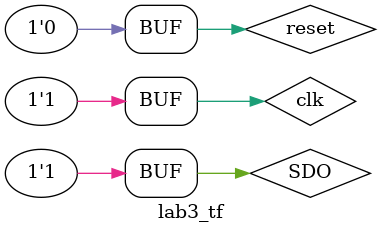
<source format=v>
`timescale 1ns / 1ps


module lab3_tf(
	);
  	//Clock
	reg clk;
    
	//Inputs
	reg SDO;
	reg reset;
    
	//Outputs
	wire SCLK;
	wire CS;
	wire [7:0] data;
    
    reg i;
    
	//Instantiate the UUT
	light_sensor ls_test (
    	.clk_10M(clk),
    	.SDO(SDO),
    	.reset(reset),
    	.SCLK(SCLK),
    	.CS(CS),
    	.ls_data(data));
    
	always
    	begin
    	clk = 0;
    	#50;
    	clk = 1;
    	#50;
    	end
   	        
	initial begin
	   //Initialize inputs
    	SDO = 1;
    	reset = 1;
    	#10;
    	
    	//Print header statement in console
    	$display("Testing Light Sensor Logic");
    	
    	//Begin testing
    	reset = 0;
 
    end
endmodule
</source>
